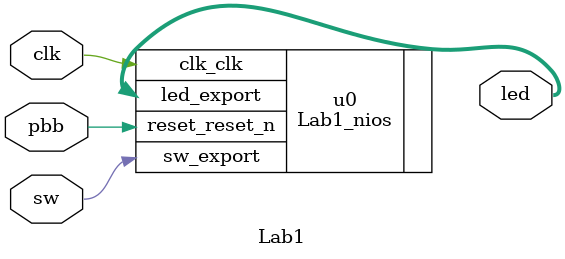
<source format=sv>
module Lab1 (
    input bit clk, // Clock
    input bit sw,  // data in
    input bit pbb, // Asynchronus reset active low
    output bit [7:0] led
);
	Lab1_nios u0 (
		.clk_clk       (clk), //   clk.clk
		.reset_reset_n (pbb), // reset.reset_n
		.led_export    (led), //   led.export
		.sw_export     (sw)   //    sw.export
	);

endmodule

</source>
